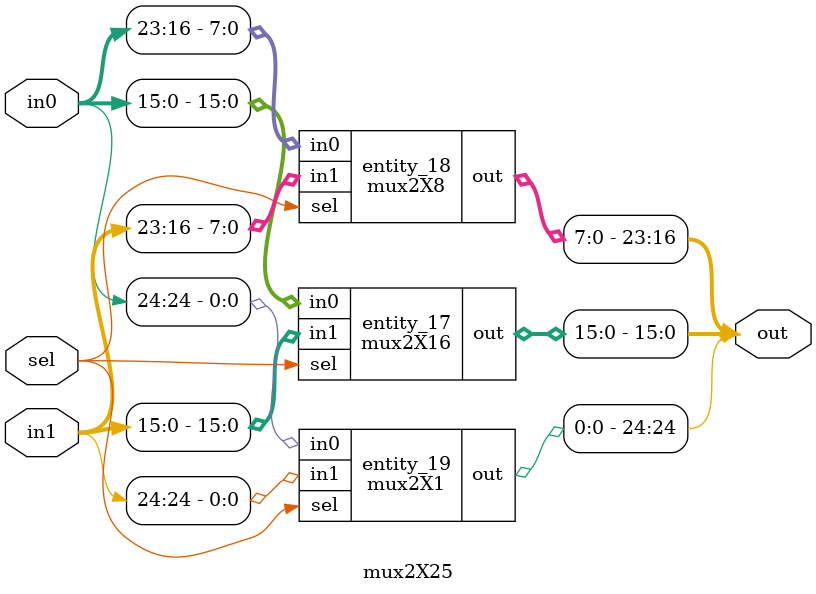
<source format=v>
module mux2X1 (in0, in1, sel, out);
    input in0;
    input in1;
    input sel;
    output out;

    assign out = (sel) ? in1 : in0;   
endmodule
//----------------------------------------------------------------------------
module mux2X2 (in0, in1, sel, out);
    input wire [1:0] in0, in1;
    input wire sel;
    output wire [1:0] out;

mux2X1 entity_1 (in0[0], in1[0], sel, out[0]);
mux2X1 entity_2 (in0[1], in1[1], sel, out[1]);
endmodule
//----------------------------------------------------------------------------
module mux2X4 (in0, in1, sel, out);
    input wire [3:0] in0, in1;
    input wire sel;
    output wire [3:0] out;

mux2X2 entity_3 (in0[1:0], in1[1:0], sel, out[1:0]);
mux2X2 entity_4 (in0[3:2], in1[3:2], sel, out[3:2]);
endmodule
//----------------------------------------------------------------------------
module mux2X8 (in0, in1, sel, out);
    input wire [7:0] in0, in1;
    input wire sel;
    output wire [7:0] out;

mux2X4 entity_5 (in0[3:0], in1[3:0], sel, out[3:0]);
mux2X4 entity_6 (in0[7:4], in1[7:4], sel, out[7:4]);
endmodule
//----------------------------------------------------------------------------
module mux2X16 (in0, in1, sel, out);
    input wire [15:0] in0, in1;
    input wire sel;
    output wire [15:0] out;

mux2X8 entity_7 (in0[7:0], in1[7:0], sel, out[7:0]);
mux2X8 entity_8 (in0[15:8], in1[15:8], sel, out[15:8]);
endmodule
//----------------------------------------------------------------------------
module mux2X24 (in0, in1, sel, out);
    input wire [23:0] in0, in1;
    input wire sel;
    output wire [23:0] out;

mux2X16 entity_9 (in0[15:0], in1[15:0], sel, out[15:0]);
mux2X8 entity_10 (in0[23:16], in1[23:16], sel, out[23:16]);
endmodule
//----------------------------------------------------------------------------
module mux2X32 (in0, in1, sel, out);
    input wire [31:0] in0, in1;
    input wire sel;
    output wire [31:0] out;

mux2X16 entity_11 (in0[15:0], in1[15:0], sel, out[15:0]);
mux2X16 entity_12 (in0[31:16], in1[31:16], sel, out[31:16]);
endmodule
//----------------------------------------------------------------------------
module mux2X48 (in0, in1, sel, out);
    input wire [47:0] in0, in1;
    input wire sel;
    output wire [47:0] out;

mux2X32 entity_13 (in0[31:0], in1[31:0], sel, out[31:0]);
mux2X16 entity_14 (in0[47:32], in1[47:32], sel, out[47:32]);
endmodule
//----------------------------------------------------------------------------
module mux2X64 (in0, in1, sel, out);
    input wire [63:0] in0, in1;
    input wire sel;
    output wire [63:0] out;

mux2X32 entity_15 (in0[31:0], in1[31:0], sel, out[31:0]);
mux2X32 entity_16 (in0[63:32], in1[63:32], sel, out[63:32]);
endmodule
//----------------------------------------------------------------------------
module mux2X48_tb;
    reg [24:0] in0, in1;
    reg sel;
    wire [24:0] out;

mux2X25 uut (in0, in1, sel, out);
    initial begin
        #10
        in0 = 25'd1010;
        in1 = 25'd1001;
        sel = 0;
    end
endmodule
//----------------------------------------------------------------------------
module mux2X25 (in0, in1, sel, out);
    input wire [24:0] in0, in1;
    input wire sel;
    output wire [24:0] out;

mux2X16 entity_17 (in0[15:0], in1[15:0], sel, out[15:0]);
mux2X8 entity_18 (in0[23:16], in1[23:16], sel, out[23:16]);     
mux2X1 entity_19 (in0[24], in1[24], sel, out[24]);
endmodule
//----------------------------------------------------------------------------
</source>
